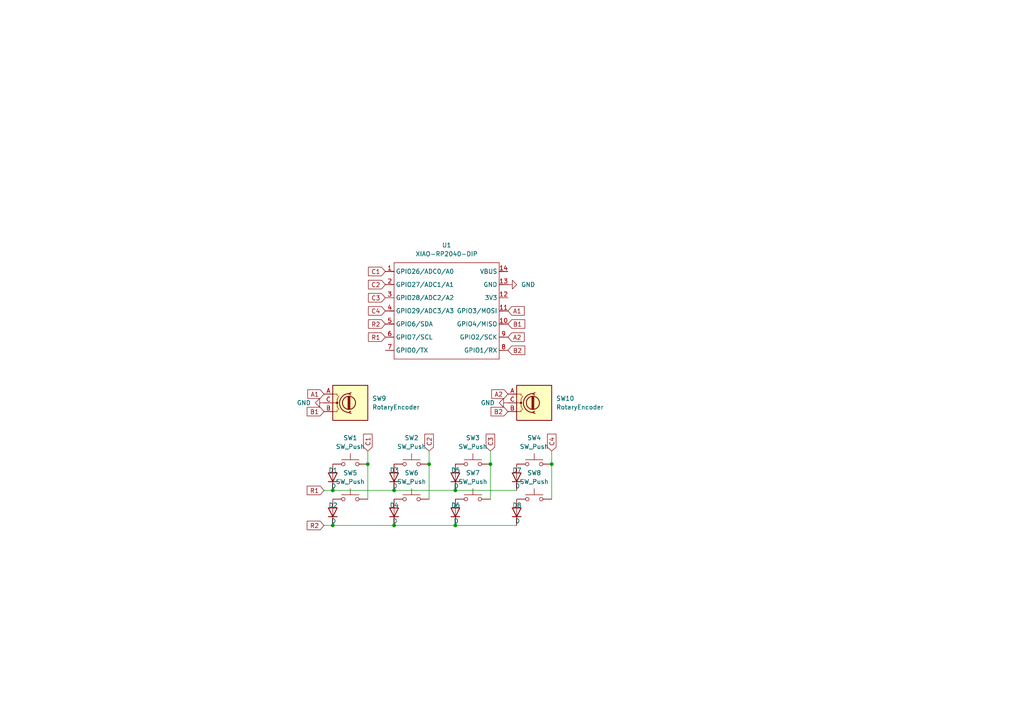
<source format=kicad_sch>
(kicad_sch
	(version 20250114)
	(generator "eeschema")
	(generator_version "9.0")
	(uuid "48945a48-d0f4-4a0e-bd37-64e06259c856")
	(paper "A4")
	(lib_symbols
		(symbol "Device:D"
			(pin_numbers
				(hide yes)
			)
			(pin_names
				(offset 1.016)
				(hide yes)
			)
			(exclude_from_sim no)
			(in_bom yes)
			(on_board yes)
			(property "Reference" "D"
				(at 0 2.54 0)
				(effects
					(font
						(size 1.27 1.27)
					)
				)
			)
			(property "Value" "D"
				(at 0 -2.54 0)
				(effects
					(font
						(size 1.27 1.27)
					)
				)
			)
			(property "Footprint" ""
				(at 0 0 0)
				(effects
					(font
						(size 1.27 1.27)
					)
					(hide yes)
				)
			)
			(property "Datasheet" "~"
				(at 0 0 0)
				(effects
					(font
						(size 1.27 1.27)
					)
					(hide yes)
				)
			)
			(property "Description" "Diode"
				(at 0 0 0)
				(effects
					(font
						(size 1.27 1.27)
					)
					(hide yes)
				)
			)
			(property "Sim.Device" "D"
				(at 0 0 0)
				(effects
					(font
						(size 1.27 1.27)
					)
					(hide yes)
				)
			)
			(property "Sim.Pins" "1=K 2=A"
				(at 0 0 0)
				(effects
					(font
						(size 1.27 1.27)
					)
					(hide yes)
				)
			)
			(property "ki_keywords" "diode"
				(at 0 0 0)
				(effects
					(font
						(size 1.27 1.27)
					)
					(hide yes)
				)
			)
			(property "ki_fp_filters" "TO-???* *_Diode_* *SingleDiode* D_*"
				(at 0 0 0)
				(effects
					(font
						(size 1.27 1.27)
					)
					(hide yes)
				)
			)
			(symbol "D_0_1"
				(polyline
					(pts
						(xy -1.27 1.27) (xy -1.27 -1.27)
					)
					(stroke
						(width 0.254)
						(type default)
					)
					(fill
						(type none)
					)
				)
				(polyline
					(pts
						(xy 1.27 1.27) (xy 1.27 -1.27) (xy -1.27 0) (xy 1.27 1.27)
					)
					(stroke
						(width 0.254)
						(type default)
					)
					(fill
						(type none)
					)
				)
				(polyline
					(pts
						(xy 1.27 0) (xy -1.27 0)
					)
					(stroke
						(width 0)
						(type default)
					)
					(fill
						(type none)
					)
				)
			)
			(symbol "D_1_1"
				(pin passive line
					(at -3.81 0 0)
					(length 2.54)
					(name "K"
						(effects
							(font
								(size 1.27 1.27)
							)
						)
					)
					(number "1"
						(effects
							(font
								(size 1.27 1.27)
							)
						)
					)
				)
				(pin passive line
					(at 3.81 0 180)
					(length 2.54)
					(name "A"
						(effects
							(font
								(size 1.27 1.27)
							)
						)
					)
					(number "2"
						(effects
							(font
								(size 1.27 1.27)
							)
						)
					)
				)
			)
			(embedded_fonts no)
		)
		(symbol "Device:RotaryEncoder"
			(pin_names
				(offset 0.254)
				(hide yes)
			)
			(exclude_from_sim no)
			(in_bom yes)
			(on_board yes)
			(property "Reference" "SW"
				(at 0 6.604 0)
				(effects
					(font
						(size 1.27 1.27)
					)
				)
			)
			(property "Value" "RotaryEncoder"
				(at 0 -6.604 0)
				(effects
					(font
						(size 1.27 1.27)
					)
				)
			)
			(property "Footprint" ""
				(at -3.81 4.064 0)
				(effects
					(font
						(size 1.27 1.27)
					)
					(hide yes)
				)
			)
			(property "Datasheet" "~"
				(at 0 6.604 0)
				(effects
					(font
						(size 1.27 1.27)
					)
					(hide yes)
				)
			)
			(property "Description" "Rotary encoder, dual channel, incremental quadrate outputs"
				(at 0 0 0)
				(effects
					(font
						(size 1.27 1.27)
					)
					(hide yes)
				)
			)
			(property "ki_keywords" "rotary switch encoder"
				(at 0 0 0)
				(effects
					(font
						(size 1.27 1.27)
					)
					(hide yes)
				)
			)
			(property "ki_fp_filters" "RotaryEncoder*"
				(at 0 0 0)
				(effects
					(font
						(size 1.27 1.27)
					)
					(hide yes)
				)
			)
			(symbol "RotaryEncoder_0_1"
				(rectangle
					(start -5.08 5.08)
					(end 5.08 -5.08)
					(stroke
						(width 0.254)
						(type default)
					)
					(fill
						(type background)
					)
				)
				(polyline
					(pts
						(xy -5.08 2.54) (xy -3.81 2.54) (xy -3.81 2.032)
					)
					(stroke
						(width 0)
						(type default)
					)
					(fill
						(type none)
					)
				)
				(polyline
					(pts
						(xy -5.08 0) (xy -3.81 0) (xy -3.81 -1.016) (xy -3.302 -2.032)
					)
					(stroke
						(width 0)
						(type default)
					)
					(fill
						(type none)
					)
				)
				(polyline
					(pts
						(xy -5.08 -2.54) (xy -3.81 -2.54) (xy -3.81 -2.032)
					)
					(stroke
						(width 0)
						(type default)
					)
					(fill
						(type none)
					)
				)
				(polyline
					(pts
						(xy -4.318 0) (xy -3.81 0) (xy -3.81 1.016) (xy -3.302 2.032)
					)
					(stroke
						(width 0)
						(type default)
					)
					(fill
						(type none)
					)
				)
				(circle
					(center -3.81 0)
					(radius 0.254)
					(stroke
						(width 0)
						(type default)
					)
					(fill
						(type outline)
					)
				)
				(polyline
					(pts
						(xy -0.635 -1.778) (xy -0.635 1.778)
					)
					(stroke
						(width 0.254)
						(type default)
					)
					(fill
						(type none)
					)
				)
				(circle
					(center -0.381 0)
					(radius 1.905)
					(stroke
						(width 0.254)
						(type default)
					)
					(fill
						(type none)
					)
				)
				(polyline
					(pts
						(xy -0.381 -1.778) (xy -0.381 1.778)
					)
					(stroke
						(width 0.254)
						(type default)
					)
					(fill
						(type none)
					)
				)
				(arc
					(start -0.381 -2.794)
					(mid -3.0988 -0.0635)
					(end -0.381 2.667)
					(stroke
						(width 0.254)
						(type default)
					)
					(fill
						(type none)
					)
				)
				(polyline
					(pts
						(xy -0.127 1.778) (xy -0.127 -1.778)
					)
					(stroke
						(width 0.254)
						(type default)
					)
					(fill
						(type none)
					)
				)
				(polyline
					(pts
						(xy 0.254 2.921) (xy -0.508 2.667) (xy 0.127 2.286)
					)
					(stroke
						(width 0.254)
						(type default)
					)
					(fill
						(type none)
					)
				)
				(polyline
					(pts
						(xy 0.254 -3.048) (xy -0.508 -2.794) (xy 0.127 -2.413)
					)
					(stroke
						(width 0.254)
						(type default)
					)
					(fill
						(type none)
					)
				)
			)
			(symbol "RotaryEncoder_1_1"
				(pin passive line
					(at -7.62 2.54 0)
					(length 2.54)
					(name "A"
						(effects
							(font
								(size 1.27 1.27)
							)
						)
					)
					(number "A"
						(effects
							(font
								(size 1.27 1.27)
							)
						)
					)
				)
				(pin passive line
					(at -7.62 0 0)
					(length 2.54)
					(name "C"
						(effects
							(font
								(size 1.27 1.27)
							)
						)
					)
					(number "C"
						(effects
							(font
								(size 1.27 1.27)
							)
						)
					)
				)
				(pin passive line
					(at -7.62 -2.54 0)
					(length 2.54)
					(name "B"
						(effects
							(font
								(size 1.27 1.27)
							)
						)
					)
					(number "B"
						(effects
							(font
								(size 1.27 1.27)
							)
						)
					)
				)
			)
			(embedded_fonts no)
		)
		(symbol "Seeed_Studio_XIAO_Series:XIAO-RP2040-DIP"
			(exclude_from_sim no)
			(in_bom yes)
			(on_board yes)
			(property "Reference" "U"
				(at 0 0 0)
				(effects
					(font
						(size 1.27 1.27)
					)
				)
			)
			(property "Value" "XIAO-RP2040-DIP"
				(at 5.334 -1.778 0)
				(effects
					(font
						(size 1.27 1.27)
					)
				)
			)
			(property "Footprint" "Module:MOUDLE14P-XIAO-DIP-SMD"
				(at 14.478 -32.258 0)
				(effects
					(font
						(size 1.27 1.27)
					)
					(hide yes)
				)
			)
			(property "Datasheet" ""
				(at 0 0 0)
				(effects
					(font
						(size 1.27 1.27)
					)
					(hide yes)
				)
			)
			(property "Description" ""
				(at 0 0 0)
				(effects
					(font
						(size 1.27 1.27)
					)
					(hide yes)
				)
			)
			(symbol "XIAO-RP2040-DIP_1_0"
				(polyline
					(pts
						(xy -1.27 -2.54) (xy 29.21 -2.54)
					)
					(stroke
						(width 0.1524)
						(type solid)
					)
					(fill
						(type none)
					)
				)
				(polyline
					(pts
						(xy -1.27 -5.08) (xy -2.54 -5.08)
					)
					(stroke
						(width 0.1524)
						(type solid)
					)
					(fill
						(type none)
					)
				)
				(polyline
					(pts
						(xy -1.27 -5.08) (xy -1.27 -2.54)
					)
					(stroke
						(width 0.1524)
						(type solid)
					)
					(fill
						(type none)
					)
				)
				(polyline
					(pts
						(xy -1.27 -8.89) (xy -2.54 -8.89)
					)
					(stroke
						(width 0.1524)
						(type solid)
					)
					(fill
						(type none)
					)
				)
				(polyline
					(pts
						(xy -1.27 -8.89) (xy -1.27 -5.08)
					)
					(stroke
						(width 0.1524)
						(type solid)
					)
					(fill
						(type none)
					)
				)
				(polyline
					(pts
						(xy -1.27 -12.7) (xy -2.54 -12.7)
					)
					(stroke
						(width 0.1524)
						(type solid)
					)
					(fill
						(type none)
					)
				)
				(polyline
					(pts
						(xy -1.27 -12.7) (xy -1.27 -8.89)
					)
					(stroke
						(width 0.1524)
						(type solid)
					)
					(fill
						(type none)
					)
				)
				(polyline
					(pts
						(xy -1.27 -16.51) (xy -2.54 -16.51)
					)
					(stroke
						(width 0.1524)
						(type solid)
					)
					(fill
						(type none)
					)
				)
				(polyline
					(pts
						(xy -1.27 -16.51) (xy -1.27 -12.7)
					)
					(stroke
						(width 0.1524)
						(type solid)
					)
					(fill
						(type none)
					)
				)
				(polyline
					(pts
						(xy -1.27 -20.32) (xy -2.54 -20.32)
					)
					(stroke
						(width 0.1524)
						(type solid)
					)
					(fill
						(type none)
					)
				)
				(polyline
					(pts
						(xy -1.27 -24.13) (xy -2.54 -24.13)
					)
					(stroke
						(width 0.1524)
						(type solid)
					)
					(fill
						(type none)
					)
				)
				(polyline
					(pts
						(xy -1.27 -27.94) (xy -2.54 -27.94)
					)
					(stroke
						(width 0.1524)
						(type solid)
					)
					(fill
						(type none)
					)
				)
				(polyline
					(pts
						(xy -1.27 -30.48) (xy -1.27 -16.51)
					)
					(stroke
						(width 0.1524)
						(type solid)
					)
					(fill
						(type none)
					)
				)
				(polyline
					(pts
						(xy 29.21 -2.54) (xy 29.21 -5.08)
					)
					(stroke
						(width 0.1524)
						(type solid)
					)
					(fill
						(type none)
					)
				)
				(polyline
					(pts
						(xy 29.21 -5.08) (xy 29.21 -8.89)
					)
					(stroke
						(width 0.1524)
						(type solid)
					)
					(fill
						(type none)
					)
				)
				(polyline
					(pts
						(xy 29.21 -8.89) (xy 29.21 -12.7)
					)
					(stroke
						(width 0.1524)
						(type solid)
					)
					(fill
						(type none)
					)
				)
				(polyline
					(pts
						(xy 29.21 -12.7) (xy 29.21 -30.48)
					)
					(stroke
						(width 0.1524)
						(type solid)
					)
					(fill
						(type none)
					)
				)
				(polyline
					(pts
						(xy 29.21 -30.48) (xy -1.27 -30.48)
					)
					(stroke
						(width 0.1524)
						(type solid)
					)
					(fill
						(type none)
					)
				)
				(polyline
					(pts
						(xy 30.48 -5.08) (xy 29.21 -5.08)
					)
					(stroke
						(width 0.1524)
						(type solid)
					)
					(fill
						(type none)
					)
				)
				(polyline
					(pts
						(xy 30.48 -8.89) (xy 29.21 -8.89)
					)
					(stroke
						(width 0.1524)
						(type solid)
					)
					(fill
						(type none)
					)
				)
				(polyline
					(pts
						(xy 30.48 -12.7) (xy 29.21 -12.7)
					)
					(stroke
						(width 0.1524)
						(type solid)
					)
					(fill
						(type none)
					)
				)
				(polyline
					(pts
						(xy 30.48 -16.51) (xy 29.21 -16.51)
					)
					(stroke
						(width 0.1524)
						(type solid)
					)
					(fill
						(type none)
					)
				)
				(polyline
					(pts
						(xy 30.48 -20.32) (xy 29.21 -20.32)
					)
					(stroke
						(width 0.1524)
						(type solid)
					)
					(fill
						(type none)
					)
				)
				(polyline
					(pts
						(xy 30.48 -24.13) (xy 29.21 -24.13)
					)
					(stroke
						(width 0.1524)
						(type solid)
					)
					(fill
						(type none)
					)
				)
				(polyline
					(pts
						(xy 30.48 -27.94) (xy 29.21 -27.94)
					)
					(stroke
						(width 0.1524)
						(type solid)
					)
					(fill
						(type none)
					)
				)
				(pin passive line
					(at -3.81 -5.08 0)
					(length 2.54)
					(name "GPIO26/ADC0/A0"
						(effects
							(font
								(size 1.27 1.27)
							)
						)
					)
					(number "1"
						(effects
							(font
								(size 1.27 1.27)
							)
						)
					)
				)
				(pin passive line
					(at -3.81 -8.89 0)
					(length 2.54)
					(name "GPIO27/ADC1/A1"
						(effects
							(font
								(size 1.27 1.27)
							)
						)
					)
					(number "2"
						(effects
							(font
								(size 1.27 1.27)
							)
						)
					)
				)
				(pin passive line
					(at -3.81 -12.7 0)
					(length 2.54)
					(name "GPIO28/ADC2/A2"
						(effects
							(font
								(size 1.27 1.27)
							)
						)
					)
					(number "3"
						(effects
							(font
								(size 1.27 1.27)
							)
						)
					)
				)
				(pin passive line
					(at -3.81 -16.51 0)
					(length 2.54)
					(name "GPIO29/ADC3/A3"
						(effects
							(font
								(size 1.27 1.27)
							)
						)
					)
					(number "4"
						(effects
							(font
								(size 1.27 1.27)
							)
						)
					)
				)
				(pin passive line
					(at -3.81 -20.32 0)
					(length 2.54)
					(name "GPIO6/SDA"
						(effects
							(font
								(size 1.27 1.27)
							)
						)
					)
					(number "5"
						(effects
							(font
								(size 1.27 1.27)
							)
						)
					)
				)
				(pin passive line
					(at -3.81 -24.13 0)
					(length 2.54)
					(name "GPIO7/SCL"
						(effects
							(font
								(size 1.27 1.27)
							)
						)
					)
					(number "6"
						(effects
							(font
								(size 1.27 1.27)
							)
						)
					)
				)
				(pin passive line
					(at -3.81 -27.94 0)
					(length 2.54)
					(name "GPIO0/TX"
						(effects
							(font
								(size 1.27 1.27)
							)
						)
					)
					(number "7"
						(effects
							(font
								(size 1.27 1.27)
							)
						)
					)
				)
				(pin passive line
					(at 31.75 -5.08 180)
					(length 2.54)
					(name "VBUS"
						(effects
							(font
								(size 1.27 1.27)
							)
						)
					)
					(number "14"
						(effects
							(font
								(size 1.27 1.27)
							)
						)
					)
				)
				(pin passive line
					(at 31.75 -8.89 180)
					(length 2.54)
					(name "GND"
						(effects
							(font
								(size 1.27 1.27)
							)
						)
					)
					(number "13"
						(effects
							(font
								(size 1.27 1.27)
							)
						)
					)
				)
				(pin passive line
					(at 31.75 -12.7 180)
					(length 2.54)
					(name "3V3"
						(effects
							(font
								(size 1.27 1.27)
							)
						)
					)
					(number "12"
						(effects
							(font
								(size 1.27 1.27)
							)
						)
					)
				)
				(pin passive line
					(at 31.75 -16.51 180)
					(length 2.54)
					(name "GPIO3/MOSI"
						(effects
							(font
								(size 1.27 1.27)
							)
						)
					)
					(number "11"
						(effects
							(font
								(size 1.27 1.27)
							)
						)
					)
				)
				(pin passive line
					(at 31.75 -20.32 180)
					(length 2.54)
					(name "GPIO4/MISO"
						(effects
							(font
								(size 1.27 1.27)
							)
						)
					)
					(number "10"
						(effects
							(font
								(size 1.27 1.27)
							)
						)
					)
				)
				(pin passive line
					(at 31.75 -24.13 180)
					(length 2.54)
					(name "GPIO2/SCK"
						(effects
							(font
								(size 1.27 1.27)
							)
						)
					)
					(number "9"
						(effects
							(font
								(size 1.27 1.27)
							)
						)
					)
				)
				(pin passive line
					(at 31.75 -27.94 180)
					(length 2.54)
					(name "GPIO1/RX"
						(effects
							(font
								(size 1.27 1.27)
							)
						)
					)
					(number "8"
						(effects
							(font
								(size 1.27 1.27)
							)
						)
					)
				)
			)
			(embedded_fonts no)
		)
		(symbol "Switch:SW_Push"
			(pin_numbers
				(hide yes)
			)
			(pin_names
				(offset 1.016)
				(hide yes)
			)
			(exclude_from_sim no)
			(in_bom yes)
			(on_board yes)
			(property "Reference" "SW"
				(at 1.27 2.54 0)
				(effects
					(font
						(size 1.27 1.27)
					)
					(justify left)
				)
			)
			(property "Value" "SW_Push"
				(at 0 -1.524 0)
				(effects
					(font
						(size 1.27 1.27)
					)
				)
			)
			(property "Footprint" ""
				(at 0 5.08 0)
				(effects
					(font
						(size 1.27 1.27)
					)
					(hide yes)
				)
			)
			(property "Datasheet" "~"
				(at 0 5.08 0)
				(effects
					(font
						(size 1.27 1.27)
					)
					(hide yes)
				)
			)
			(property "Description" "Push button switch, generic, two pins"
				(at 0 0 0)
				(effects
					(font
						(size 1.27 1.27)
					)
					(hide yes)
				)
			)
			(property "ki_keywords" "switch normally-open pushbutton push-button"
				(at 0 0 0)
				(effects
					(font
						(size 1.27 1.27)
					)
					(hide yes)
				)
			)
			(symbol "SW_Push_0_1"
				(circle
					(center -2.032 0)
					(radius 0.508)
					(stroke
						(width 0)
						(type default)
					)
					(fill
						(type none)
					)
				)
				(polyline
					(pts
						(xy 0 1.27) (xy 0 3.048)
					)
					(stroke
						(width 0)
						(type default)
					)
					(fill
						(type none)
					)
				)
				(circle
					(center 2.032 0)
					(radius 0.508)
					(stroke
						(width 0)
						(type default)
					)
					(fill
						(type none)
					)
				)
				(polyline
					(pts
						(xy 2.54 1.27) (xy -2.54 1.27)
					)
					(stroke
						(width 0)
						(type default)
					)
					(fill
						(type none)
					)
				)
				(pin passive line
					(at -5.08 0 0)
					(length 2.54)
					(name "1"
						(effects
							(font
								(size 1.27 1.27)
							)
						)
					)
					(number "1"
						(effects
							(font
								(size 1.27 1.27)
							)
						)
					)
				)
				(pin passive line
					(at 5.08 0 180)
					(length 2.54)
					(name "2"
						(effects
							(font
								(size 1.27 1.27)
							)
						)
					)
					(number "2"
						(effects
							(font
								(size 1.27 1.27)
							)
						)
					)
				)
			)
			(embedded_fonts no)
		)
		(symbol "power:GND"
			(power)
			(pin_numbers
				(hide yes)
			)
			(pin_names
				(offset 0)
				(hide yes)
			)
			(exclude_from_sim no)
			(in_bom yes)
			(on_board yes)
			(property "Reference" "#PWR"
				(at 0 -6.35 0)
				(effects
					(font
						(size 1.27 1.27)
					)
					(hide yes)
				)
			)
			(property "Value" "GND"
				(at 0 -3.81 0)
				(effects
					(font
						(size 1.27 1.27)
					)
				)
			)
			(property "Footprint" ""
				(at 0 0 0)
				(effects
					(font
						(size 1.27 1.27)
					)
					(hide yes)
				)
			)
			(property "Datasheet" ""
				(at 0 0 0)
				(effects
					(font
						(size 1.27 1.27)
					)
					(hide yes)
				)
			)
			(property "Description" "Power symbol creates a global label with name \"GND\" , ground"
				(at 0 0 0)
				(effects
					(font
						(size 1.27 1.27)
					)
					(hide yes)
				)
			)
			(property "ki_keywords" "global power"
				(at 0 0 0)
				(effects
					(font
						(size 1.27 1.27)
					)
					(hide yes)
				)
			)
			(symbol "GND_0_1"
				(polyline
					(pts
						(xy 0 0) (xy 0 -1.27) (xy 1.27 -1.27) (xy 0 -2.54) (xy -1.27 -1.27) (xy 0 -1.27)
					)
					(stroke
						(width 0)
						(type default)
					)
					(fill
						(type none)
					)
				)
			)
			(symbol "GND_1_1"
				(pin power_in line
					(at 0 0 270)
					(length 0)
					(name "~"
						(effects
							(font
								(size 1.27 1.27)
							)
						)
					)
					(number "1"
						(effects
							(font
								(size 1.27 1.27)
							)
						)
					)
				)
			)
			(embedded_fonts no)
		)
	)
	(junction
		(at 96.52 152.4)
		(diameter 0)
		(color 0 0 0 0)
		(uuid "0cc8a8bc-0c19-431b-8a2e-7831a51761b3")
	)
	(junction
		(at 132.08 152.4)
		(diameter 0)
		(color 0 0 0 0)
		(uuid "245a22ef-524f-4c82-a34b-0f0586e0c87c")
	)
	(junction
		(at 106.68 134.62)
		(diameter 0)
		(color 0 0 0 0)
		(uuid "4f060bc9-905c-41ab-91cc-d020fca734fd")
	)
	(junction
		(at 142.24 134.62)
		(diameter 0)
		(color 0 0 0 0)
		(uuid "66b20aec-08c2-4c4d-b17b-5964d6233980")
	)
	(junction
		(at 132.08 142.24)
		(diameter 0)
		(color 0 0 0 0)
		(uuid "8eb4043f-694f-437c-a2b9-80375413c4ef")
	)
	(junction
		(at 114.3 152.4)
		(diameter 0)
		(color 0 0 0 0)
		(uuid "93998520-942d-40f4-85a3-6ab8bdb9ba4c")
	)
	(junction
		(at 160.02 134.62)
		(diameter 0)
		(color 0 0 0 0)
		(uuid "9f88d3f1-58ea-4143-ab55-a20f8bf99638")
	)
	(junction
		(at 96.52 142.24)
		(diameter 0)
		(color 0 0 0 0)
		(uuid "e4d8f584-bc30-474c-8387-475454891b07")
	)
	(junction
		(at 114.3 142.24)
		(diameter 0)
		(color 0 0 0 0)
		(uuid "e6bbd90d-8e27-4022-9720-206a78a323de")
	)
	(junction
		(at 124.46 134.62)
		(diameter 0)
		(color 0 0 0 0)
		(uuid "f89a921d-121e-4016-a755-ce33d17673ca")
	)
	(wire
		(pts
			(xy 124.46 134.62) (xy 124.46 144.78)
		)
		(stroke
			(width 0)
			(type default)
		)
		(uuid "035d4b7b-a7fe-43a4-aacb-1242028c4106")
	)
	(wire
		(pts
			(xy 124.46 130.81) (xy 124.46 134.62)
		)
		(stroke
			(width 0)
			(type default)
		)
		(uuid "0e076730-df13-40cd-bc88-0865c257619c")
	)
	(wire
		(pts
			(xy 132.08 142.24) (xy 149.86 142.24)
		)
		(stroke
			(width 0)
			(type default)
		)
		(uuid "1ed1d9fb-ad04-460e-87f8-c1d7ea9f13a4")
	)
	(wire
		(pts
			(xy 93.98 142.24) (xy 96.52 142.24)
		)
		(stroke
			(width 0)
			(type default)
		)
		(uuid "224c0733-e07f-45cf-abb5-b60a82ab50bc")
	)
	(wire
		(pts
			(xy 160.02 134.62) (xy 160.02 144.78)
		)
		(stroke
			(width 0)
			(type default)
		)
		(uuid "2320227a-0b23-4175-8e42-1391fe98f4fa")
	)
	(wire
		(pts
			(xy 93.98 152.4) (xy 96.52 152.4)
		)
		(stroke
			(width 0)
			(type default)
		)
		(uuid "30adb1c6-60e5-426b-954c-7bb8e5669002")
	)
	(wire
		(pts
			(xy 160.02 130.81) (xy 160.02 134.62)
		)
		(stroke
			(width 0)
			(type default)
		)
		(uuid "38420a08-f01f-41f3-8f2b-b59ca55e7e6e")
	)
	(wire
		(pts
			(xy 96.52 152.4) (xy 114.3 152.4)
		)
		(stroke
			(width 0)
			(type default)
		)
		(uuid "7df268bd-757d-43e8-92c3-a1a9eae38016")
	)
	(wire
		(pts
			(xy 106.68 134.62) (xy 106.68 144.78)
		)
		(stroke
			(width 0)
			(type default)
		)
		(uuid "8aa68332-0caa-4d17-b252-0620b65c510f")
	)
	(wire
		(pts
			(xy 142.24 130.81) (xy 142.24 134.62)
		)
		(stroke
			(width 0)
			(type default)
		)
		(uuid "9d879df4-28ed-4ddf-b724-448acfdba277")
	)
	(wire
		(pts
			(xy 106.68 130.81) (xy 106.68 134.62)
		)
		(stroke
			(width 0)
			(type default)
		)
		(uuid "d7cd92b1-417f-4d99-bd7d-f94125bc132f")
	)
	(wire
		(pts
			(xy 96.52 142.24) (xy 114.3 142.24)
		)
		(stroke
			(width 0)
			(type default)
		)
		(uuid "e1b5a0a8-ba51-4f00-9610-2ae5cc2fec11")
	)
	(wire
		(pts
			(xy 132.08 152.4) (xy 149.86 152.4)
		)
		(stroke
			(width 0)
			(type default)
		)
		(uuid "e82d2ae2-a0d2-4a1e-b2e6-28605c780776")
	)
	(wire
		(pts
			(xy 114.3 152.4) (xy 132.08 152.4)
		)
		(stroke
			(width 0)
			(type default)
		)
		(uuid "f1ed1860-33cb-42ac-ab89-f87d8206de08")
	)
	(wire
		(pts
			(xy 114.3 142.24) (xy 132.08 142.24)
		)
		(stroke
			(width 0)
			(type default)
		)
		(uuid "f7495fda-d818-4aea-b8bc-a04e516387bd")
	)
	(wire
		(pts
			(xy 142.24 134.62) (xy 142.24 144.78)
		)
		(stroke
			(width 0)
			(type default)
		)
		(uuid "ff11e97f-ba4b-49f2-b9fe-dd673a14a501")
	)
	(global_label "A1"
		(shape input)
		(at 93.98 114.3 180)
		(fields_autoplaced yes)
		(effects
			(font
				(size 1.27 1.27)
			)
			(justify right)
		)
		(uuid "046d3b16-f0a3-4bd6-9ce5-c673fc50cf96")
		(property "Intersheetrefs" "${INTERSHEET_REFS}"
			(at 88.6967 114.3 0)
			(effects
				(font
					(size 1.27 1.27)
				)
				(justify right)
				(hide yes)
			)
		)
	)
	(global_label "B2"
		(shape input)
		(at 147.32 101.6 0)
		(fields_autoplaced yes)
		(effects
			(font
				(size 1.27 1.27)
			)
			(justify left)
		)
		(uuid "173b68fb-a32d-44e7-96a7-f1df8c050b07")
		(property "Intersheetrefs" "${INTERSHEET_REFS}"
			(at 152.7847 101.6 0)
			(effects
				(font
					(size 1.27 1.27)
				)
				(justify left)
				(hide yes)
			)
		)
	)
	(global_label "C2"
		(shape input)
		(at 111.76 82.55 180)
		(fields_autoplaced yes)
		(effects
			(font
				(size 1.27 1.27)
			)
			(justify right)
		)
		(uuid "266e5692-76f8-4213-a731-3c2c02d657f0")
		(property "Intersheetrefs" "${INTERSHEET_REFS}"
			(at 106.2953 82.55 0)
			(effects
				(font
					(size 1.27 1.27)
				)
				(justify right)
				(hide yes)
			)
		)
	)
	(global_label "C2"
		(shape input)
		(at 124.46 130.81 90)
		(fields_autoplaced yes)
		(effects
			(font
				(size 1.27 1.27)
			)
			(justify left)
		)
		(uuid "35668061-d17d-4f37-88d3-f190e6864519")
		(property "Intersheetrefs" "${INTERSHEET_REFS}"
			(at 124.46 125.3453 90)
			(effects
				(font
					(size 1.27 1.27)
				)
				(justify left)
				(hide yes)
			)
		)
	)
	(global_label "R2"
		(shape input)
		(at 111.76 93.98 180)
		(fields_autoplaced yes)
		(effects
			(font
				(size 1.27 1.27)
			)
			(justify right)
		)
		(uuid "3577166f-4def-4cd1-80a8-48b01581b205")
		(property "Intersheetrefs" "${INTERSHEET_REFS}"
			(at 106.2953 93.98 0)
			(effects
				(font
					(size 1.27 1.27)
				)
				(justify right)
				(hide yes)
			)
		)
	)
	(global_label "A2"
		(shape input)
		(at 147.32 97.79 0)
		(fields_autoplaced yes)
		(effects
			(font
				(size 1.27 1.27)
			)
			(justify left)
		)
		(uuid "48c22cc5-fd21-4a6c-b5ef-05d023ea42b5")
		(property "Intersheetrefs" "${INTERSHEET_REFS}"
			(at 152.6033 97.79 0)
			(effects
				(font
					(size 1.27 1.27)
				)
				(justify left)
				(hide yes)
			)
		)
	)
	(global_label "R1"
		(shape input)
		(at 111.76 97.79 180)
		(fields_autoplaced yes)
		(effects
			(font
				(size 1.27 1.27)
			)
			(justify right)
		)
		(uuid "4b6d4570-f951-42f2-b444-aaae5dd7b372")
		(property "Intersheetrefs" "${INTERSHEET_REFS}"
			(at 106.2953 97.79 0)
			(effects
				(font
					(size 1.27 1.27)
				)
				(justify right)
				(hide yes)
			)
		)
	)
	(global_label "R1"
		(shape input)
		(at 93.98 142.24 180)
		(fields_autoplaced yes)
		(effects
			(font
				(size 1.27 1.27)
			)
			(justify right)
		)
		(uuid "4fec5c25-b643-4e5c-b4a0-a549cb8df077")
		(property "Intersheetrefs" "${INTERSHEET_REFS}"
			(at 88.5153 142.24 0)
			(effects
				(font
					(size 1.27 1.27)
				)
				(justify right)
				(hide yes)
			)
		)
	)
	(global_label "A2"
		(shape input)
		(at 147.32 114.3 180)
		(fields_autoplaced yes)
		(effects
			(font
				(size 1.27 1.27)
			)
			(justify right)
		)
		(uuid "523e6499-a31a-46f4-a3f9-0e45f3a4034a")
		(property "Intersheetrefs" "${INTERSHEET_REFS}"
			(at 142.0367 114.3 0)
			(effects
				(font
					(size 1.27 1.27)
				)
				(justify right)
				(hide yes)
			)
		)
	)
	(global_label "C4"
		(shape input)
		(at 160.02 130.81 90)
		(fields_autoplaced yes)
		(effects
			(font
				(size 1.27 1.27)
			)
			(justify left)
		)
		(uuid "63e4133d-6b5f-424f-9b9e-418bb3c98b47")
		(property "Intersheetrefs" "${INTERSHEET_REFS}"
			(at 160.02 125.3453 90)
			(effects
				(font
					(size 1.27 1.27)
				)
				(justify left)
				(hide yes)
			)
		)
	)
	(global_label "C3"
		(shape input)
		(at 111.76 86.36 180)
		(fields_autoplaced yes)
		(effects
			(font
				(size 1.27 1.27)
			)
			(justify right)
		)
		(uuid "74b29fe7-f388-42e2-94d3-adfb31be1c2d")
		(property "Intersheetrefs" "${INTERSHEET_REFS}"
			(at 106.2953 86.36 0)
			(effects
				(font
					(size 1.27 1.27)
				)
				(justify right)
				(hide yes)
			)
		)
	)
	(global_label "A1"
		(shape input)
		(at 147.32 90.17 0)
		(fields_autoplaced yes)
		(effects
			(font
				(size 1.27 1.27)
			)
			(justify left)
		)
		(uuid "884c5bbf-193d-4b8c-843d-f03170b3568c")
		(property "Intersheetrefs" "${INTERSHEET_REFS}"
			(at 152.6033 90.17 0)
			(effects
				(font
					(size 1.27 1.27)
				)
				(justify left)
				(hide yes)
			)
		)
	)
	(global_label "C1"
		(shape input)
		(at 111.76 78.74 180)
		(fields_autoplaced yes)
		(effects
			(font
				(size 1.27 1.27)
			)
			(justify right)
		)
		(uuid "93a6269d-d1f3-4aff-9899-5d44a6c5fef6")
		(property "Intersheetrefs" "${INTERSHEET_REFS}"
			(at 106.2953 78.74 0)
			(effects
				(font
					(size 1.27 1.27)
				)
				(justify right)
				(hide yes)
			)
		)
	)
	(global_label "R2"
		(shape input)
		(at 93.98 152.4 180)
		(fields_autoplaced yes)
		(effects
			(font
				(size 1.27 1.27)
			)
			(justify right)
		)
		(uuid "a5d944ed-c7d8-453a-a9d8-9c8b1f394094")
		(property "Intersheetrefs" "${INTERSHEET_REFS}"
			(at 88.5153 152.4 0)
			(effects
				(font
					(size 1.27 1.27)
				)
				(justify right)
				(hide yes)
			)
		)
	)
	(global_label "B1"
		(shape input)
		(at 93.98 119.38 180)
		(fields_autoplaced yes)
		(effects
			(font
				(size 1.27 1.27)
			)
			(justify right)
		)
		(uuid "aec9ccba-15e2-42f4-91da-0fba62e12b0e")
		(property "Intersheetrefs" "${INTERSHEET_REFS}"
			(at 88.5153 119.38 0)
			(effects
				(font
					(size 1.27 1.27)
				)
				(justify right)
				(hide yes)
			)
		)
	)
	(global_label "B2"
		(shape input)
		(at 147.32 119.38 180)
		(fields_autoplaced yes)
		(effects
			(font
				(size 1.27 1.27)
			)
			(justify right)
		)
		(uuid "b3fa7504-13e9-4f2d-8f61-40da43783a36")
		(property "Intersheetrefs" "${INTERSHEET_REFS}"
			(at 141.8553 119.38 0)
			(effects
				(font
					(size 1.27 1.27)
				)
				(justify right)
				(hide yes)
			)
		)
	)
	(global_label "B1"
		(shape input)
		(at 147.32 93.98 0)
		(fields_autoplaced yes)
		(effects
			(font
				(size 1.27 1.27)
			)
			(justify left)
		)
		(uuid "b83c021e-8f63-4759-98dc-aac5c58b032b")
		(property "Intersheetrefs" "${INTERSHEET_REFS}"
			(at 152.7847 93.98 0)
			(effects
				(font
					(size 1.27 1.27)
				)
				(justify left)
				(hide yes)
			)
		)
	)
	(global_label "C4"
		(shape input)
		(at 111.76 90.17 180)
		(fields_autoplaced yes)
		(effects
			(font
				(size 1.27 1.27)
			)
			(justify right)
		)
		(uuid "d5c3bae7-715e-4e8e-aefc-3b0426b50e36")
		(property "Intersheetrefs" "${INTERSHEET_REFS}"
			(at 106.2953 90.17 0)
			(effects
				(font
					(size 1.27 1.27)
				)
				(justify right)
				(hide yes)
			)
		)
	)
	(global_label "C1"
		(shape input)
		(at 106.68 130.81 90)
		(fields_autoplaced yes)
		(effects
			(font
				(size 1.27 1.27)
			)
			(justify left)
		)
		(uuid "db4ccb73-1cec-43e5-b358-ea607e72db38")
		(property "Intersheetrefs" "${INTERSHEET_REFS}"
			(at 106.68 125.3453 90)
			(effects
				(font
					(size 1.27 1.27)
				)
				(justify left)
				(hide yes)
			)
		)
	)
	(global_label "C3"
		(shape input)
		(at 142.24 130.81 90)
		(fields_autoplaced yes)
		(effects
			(font
				(size 1.27 1.27)
			)
			(justify left)
		)
		(uuid "e2e5ec87-4e2f-4eec-9e91-b053ae8ea684")
		(property "Intersheetrefs" "${INTERSHEET_REFS}"
			(at 142.24 125.3453 90)
			(effects
				(font
					(size 1.27 1.27)
				)
				(justify left)
				(hide yes)
			)
		)
	)
	(symbol
		(lib_id "Seeed_Studio_XIAO_Series:XIAO-RP2040-DIP")
		(at 115.57 73.66 0)
		(unit 1)
		(exclude_from_sim no)
		(in_bom yes)
		(on_board yes)
		(dnp no)
		(fields_autoplaced yes)
		(uuid "246b0dda-5681-42da-a881-57f836603308")
		(property "Reference" "U1"
			(at 129.54 71.12 0)
			(effects
				(font
					(size 1.27 1.27)
				)
			)
		)
		(property "Value" "XIAO-RP2040-DIP"
			(at 129.54 73.66 0)
			(effects
				(font
					(size 1.27 1.27)
				)
			)
		)
		(property "Footprint" "footprints:XIAO-RP2040-DIP"
			(at 130.048 105.918 0)
			(effects
				(font
					(size 1.27 1.27)
				)
				(hide yes)
			)
		)
		(property "Datasheet" ""
			(at 115.57 73.66 0)
			(effects
				(font
					(size 1.27 1.27)
				)
				(hide yes)
			)
		)
		(property "Description" ""
			(at 115.57 73.66 0)
			(effects
				(font
					(size 1.27 1.27)
				)
				(hide yes)
			)
		)
		(pin "7"
			(uuid "0fb6557d-8fb0-4142-9f72-45d365435fd2")
		)
		(pin "5"
			(uuid "f6486797-19e8-4e82-a930-d4f481bf93c2")
		)
		(pin "12"
			(uuid "9e868aab-12f0-4261-9d2d-b2aa0de83880")
		)
		(pin "11"
			(uuid "eb34c16a-af03-40c6-8ccc-32d3983829b9")
		)
		(pin "3"
			(uuid "07a275f0-475e-428a-8558-644870a436a7")
		)
		(pin "4"
			(uuid "fd3189f5-277c-4d5b-b080-2986d31fe5ef")
		)
		(pin "14"
			(uuid "e30bb2c2-bc9a-46f5-89ad-a63416120a81")
		)
		(pin "13"
			(uuid "676dcb70-8f53-47b8-9190-73a1af897eaf")
		)
		(pin "6"
			(uuid "9d738bcf-0b1b-491d-9a3a-ae000d096c3b")
		)
		(pin "1"
			(uuid "2e9481c7-8976-42bf-aa4b-fd541071295e")
		)
		(pin "2"
			(uuid "88d60fb7-9c03-4081-aff1-ba2fc0397fd4")
		)
		(pin "10"
			(uuid "085ff132-5005-4969-8f91-8b177afb9890")
		)
		(pin "8"
			(uuid "4949b35d-b2b1-458e-8597-4f82ad88d00c")
		)
		(pin "9"
			(uuid "57ad510e-4d8e-4c18-a9f9-6c511d5b6b38")
		)
		(instances
			(project ""
				(path "/48945a48-d0f4-4a0e-bd37-64e06259c856"
					(reference "U1")
					(unit 1)
				)
			)
		)
	)
	(symbol
		(lib_id "Switch:SW_Push")
		(at 119.38 134.62 0)
		(unit 1)
		(exclude_from_sim no)
		(in_bom yes)
		(on_board yes)
		(dnp no)
		(fields_autoplaced yes)
		(uuid "2a514396-89c2-44d5-829c-cedf9478a8e2")
		(property "Reference" "SW2"
			(at 119.38 127 0)
			(effects
				(font
					(size 1.27 1.27)
				)
			)
		)
		(property "Value" "SW_Push"
			(at 119.38 129.54 0)
			(effects
				(font
					(size 1.27 1.27)
				)
			)
		)
		(property "Footprint" "Button_Switch_Keyboard:SW_Cherry_MX_1.00u_PCB"
			(at 119.38 129.54 0)
			(effects
				(font
					(size 1.27 1.27)
				)
				(hide yes)
			)
		)
		(property "Datasheet" "~"
			(at 119.38 129.54 0)
			(effects
				(font
					(size 1.27 1.27)
				)
				(hide yes)
			)
		)
		(property "Description" "Push button switch, generic, two pins"
			(at 119.38 134.62 0)
			(effects
				(font
					(size 1.27 1.27)
				)
				(hide yes)
			)
		)
		(pin "2"
			(uuid "2d8b0ad1-6b7b-4871-96c0-e4620734fb81")
		)
		(pin "1"
			(uuid "6daa23b3-0a8a-4920-b0a5-5b4ac7d89739")
		)
		(instances
			(project "OctoPad"
				(path "/48945a48-d0f4-4a0e-bd37-64e06259c856"
					(reference "SW2")
					(unit 1)
				)
			)
		)
	)
	(symbol
		(lib_id "Device:D")
		(at 132.08 148.59 90)
		(unit 1)
		(exclude_from_sim no)
		(in_bom yes)
		(on_board yes)
		(dnp no)
		(uuid "40b3a191-5ea9-4990-90dc-879719b3dce6")
		(property "Reference" "D6"
			(at 130.81 146.558 90)
			(effects
				(font
					(size 1.27 1.27)
				)
				(justify right)
			)
		)
		(property "Value" "D"
			(at 131.572 151.13 90)
			(effects
				(font
					(size 1.27 1.27)
				)
				(justify right)
			)
		)
		(property "Footprint" "footprints:D_SOD123_axial"
			(at 132.08 148.59 0)
			(effects
				(font
					(size 1.27 1.27)
				)
				(hide yes)
			)
		)
		(property "Datasheet" "~"
			(at 132.08 148.59 0)
			(effects
				(font
					(size 1.27 1.27)
				)
				(hide yes)
			)
		)
		(property "Description" "Diode"
			(at 132.08 148.59 0)
			(effects
				(font
					(size 1.27 1.27)
				)
				(hide yes)
			)
		)
		(property "Sim.Device" "D"
			(at 132.08 148.59 0)
			(effects
				(font
					(size 1.27 1.27)
				)
				(hide yes)
			)
		)
		(property "Sim.Pins" "1=K 2=A"
			(at 132.08 148.59 0)
			(effects
				(font
					(size 1.27 1.27)
				)
				(hide yes)
			)
		)
		(pin "1"
			(uuid "f5aae18e-81cc-47a1-8412-1641f67ef1f4")
		)
		(pin "2"
			(uuid "5e4c525b-7981-4bdb-b8cf-6f0c9919638f")
		)
		(instances
			(project "OctoPad"
				(path "/48945a48-d0f4-4a0e-bd37-64e06259c856"
					(reference "D6")
					(unit 1)
				)
			)
		)
	)
	(symbol
		(lib_id "power:GND")
		(at 93.98 116.84 270)
		(unit 1)
		(exclude_from_sim no)
		(in_bom yes)
		(on_board yes)
		(dnp no)
		(fields_autoplaced yes)
		(uuid "44811c5a-c659-4d11-8cfd-423b3e68634b")
		(property "Reference" "#PWR01"
			(at 87.63 116.84 0)
			(effects
				(font
					(size 1.27 1.27)
				)
				(hide yes)
			)
		)
		(property "Value" "GND"
			(at 90.17 116.8399 90)
			(effects
				(font
					(size 1.27 1.27)
				)
				(justify right)
			)
		)
		(property "Footprint" ""
			(at 93.98 116.84 0)
			(effects
				(font
					(size 1.27 1.27)
				)
				(hide yes)
			)
		)
		(property "Datasheet" ""
			(at 93.98 116.84 0)
			(effects
				(font
					(size 1.27 1.27)
				)
				(hide yes)
			)
		)
		(property "Description" "Power symbol creates a global label with name \"GND\" , ground"
			(at 93.98 116.84 0)
			(effects
				(font
					(size 1.27 1.27)
				)
				(hide yes)
			)
		)
		(pin "1"
			(uuid "47683cc5-e52e-40d6-93d5-29c56e37960b")
		)
		(instances
			(project ""
				(path "/48945a48-d0f4-4a0e-bd37-64e06259c856"
					(reference "#PWR01")
					(unit 1)
				)
			)
		)
	)
	(symbol
		(lib_id "Switch:SW_Push")
		(at 101.6 134.62 0)
		(unit 1)
		(exclude_from_sim no)
		(in_bom yes)
		(on_board yes)
		(dnp no)
		(fields_autoplaced yes)
		(uuid "643e383f-1661-4d7a-9f09-4ec396d86cf7")
		(property "Reference" "SW1"
			(at 101.6 127 0)
			(effects
				(font
					(size 1.27 1.27)
				)
			)
		)
		(property "Value" "SW_Push"
			(at 101.6 129.54 0)
			(effects
				(font
					(size 1.27 1.27)
				)
			)
		)
		(property "Footprint" "Button_Switch_Keyboard:SW_Cherry_MX_1.00u_PCB"
			(at 101.6 129.54 0)
			(effects
				(font
					(size 1.27 1.27)
				)
				(hide yes)
			)
		)
		(property "Datasheet" "~"
			(at 101.6 129.54 0)
			(effects
				(font
					(size 1.27 1.27)
				)
				(hide yes)
			)
		)
		(property "Description" "Push button switch, generic, two pins"
			(at 101.6 134.62 0)
			(effects
				(font
					(size 1.27 1.27)
				)
				(hide yes)
			)
		)
		(pin "2"
			(uuid "37288fc0-06b8-48c7-8497-902cceddc5d9")
		)
		(pin "1"
			(uuid "1b8a0491-8746-4876-81e3-b1d3bf972564")
		)
		(instances
			(project ""
				(path "/48945a48-d0f4-4a0e-bd37-64e06259c856"
					(reference "SW1")
					(unit 1)
				)
			)
		)
	)
	(symbol
		(lib_id "Device:D")
		(at 149.86 138.43 90)
		(unit 1)
		(exclude_from_sim no)
		(in_bom yes)
		(on_board yes)
		(dnp no)
		(uuid "687c0c51-a828-49dc-a9d6-3e972789c5e7")
		(property "Reference" "D7"
			(at 148.59 136.398 90)
			(effects
				(font
					(size 1.27 1.27)
				)
				(justify right)
			)
		)
		(property "Value" "D"
			(at 149.352 140.97 90)
			(effects
				(font
					(size 1.27 1.27)
				)
				(justify right)
			)
		)
		(property "Footprint" "footprints:D_SOD123_axial"
			(at 149.86 138.43 0)
			(effects
				(font
					(size 1.27 1.27)
				)
				(hide yes)
			)
		)
		(property "Datasheet" "~"
			(at 149.86 138.43 0)
			(effects
				(font
					(size 1.27 1.27)
				)
				(hide yes)
			)
		)
		(property "Description" "Diode"
			(at 149.86 138.43 0)
			(effects
				(font
					(size 1.27 1.27)
				)
				(hide yes)
			)
		)
		(property "Sim.Device" "D"
			(at 149.86 138.43 0)
			(effects
				(font
					(size 1.27 1.27)
				)
				(hide yes)
			)
		)
		(property "Sim.Pins" "1=K 2=A"
			(at 149.86 138.43 0)
			(effects
				(font
					(size 1.27 1.27)
				)
				(hide yes)
			)
		)
		(pin "1"
			(uuid "0a3592b4-8750-4adf-9e79-d0541a97cda1")
		)
		(pin "2"
			(uuid "28a91408-3a9f-4ac3-aa66-9c3f0da1769f")
		)
		(instances
			(project "OctoPad"
				(path "/48945a48-d0f4-4a0e-bd37-64e06259c856"
					(reference "D7")
					(unit 1)
				)
			)
		)
	)
	(symbol
		(lib_id "Device:RotaryEncoder")
		(at 154.94 116.84 0)
		(unit 1)
		(exclude_from_sim no)
		(in_bom yes)
		(on_board yes)
		(dnp no)
		(fields_autoplaced yes)
		(uuid "68ed9224-beda-4665-a93e-ffe246208c70")
		(property "Reference" "SW10"
			(at 161.29 115.5699 0)
			(effects
				(font
					(size 1.27 1.27)
				)
				(justify left)
			)
		)
		(property "Value" "RotaryEncoder"
			(at 161.29 118.1099 0)
			(effects
				(font
					(size 1.27 1.27)
				)
				(justify left)
			)
		)
		(property "Footprint" "Rotary_Encoder:RotaryEncoder_Alps_EC11E_Vertical_H20mm"
			(at 151.13 112.776 0)
			(effects
				(font
					(size 1.27 1.27)
				)
				(hide yes)
			)
		)
		(property "Datasheet" "~"
			(at 154.94 110.236 0)
			(effects
				(font
					(size 1.27 1.27)
				)
				(hide yes)
			)
		)
		(property "Description" "Rotary encoder, dual channel, incremental quadrate outputs"
			(at 154.94 116.84 0)
			(effects
				(font
					(size 1.27 1.27)
				)
				(hide yes)
			)
		)
		(pin "C"
			(uuid "04676d15-e28b-479a-8442-6f37750a34e8")
		)
		(pin "A"
			(uuid "5c348c36-1e1b-4e05-95b5-eda30ea6f6c2")
		)
		(pin "B"
			(uuid "10de1b8f-19cd-4677-a04d-10ca9e1af4ed")
		)
		(instances
			(project "OctoPad"
				(path "/48945a48-d0f4-4a0e-bd37-64e06259c856"
					(reference "SW10")
					(unit 1)
				)
			)
		)
	)
	(symbol
		(lib_id "power:GND")
		(at 147.32 82.55 90)
		(unit 1)
		(exclude_from_sim no)
		(in_bom yes)
		(on_board yes)
		(dnp no)
		(fields_autoplaced yes)
		(uuid "74569fda-9b09-438b-ba19-4d5642b73b80")
		(property "Reference" "#PWR03"
			(at 153.67 82.55 0)
			(effects
				(font
					(size 1.27 1.27)
				)
				(hide yes)
			)
		)
		(property "Value" "GND"
			(at 151.13 82.5499 90)
			(effects
				(font
					(size 1.27 1.27)
				)
				(justify right)
			)
		)
		(property "Footprint" ""
			(at 147.32 82.55 0)
			(effects
				(font
					(size 1.27 1.27)
				)
				(hide yes)
			)
		)
		(property "Datasheet" ""
			(at 147.32 82.55 0)
			(effects
				(font
					(size 1.27 1.27)
				)
				(hide yes)
			)
		)
		(property "Description" "Power symbol creates a global label with name \"GND\" , ground"
			(at 147.32 82.55 0)
			(effects
				(font
					(size 1.27 1.27)
				)
				(hide yes)
			)
		)
		(pin "1"
			(uuid "0dddc533-f667-4434-906a-741bbc51a308")
		)
		(instances
			(project "OctoPad"
				(path "/48945a48-d0f4-4a0e-bd37-64e06259c856"
					(reference "#PWR03")
					(unit 1)
				)
			)
		)
	)
	(symbol
		(lib_id "Switch:SW_Push")
		(at 119.38 144.78 0)
		(unit 1)
		(exclude_from_sim no)
		(in_bom yes)
		(on_board yes)
		(dnp no)
		(fields_autoplaced yes)
		(uuid "766edb4a-9555-4c9c-a1cc-d242ab80df79")
		(property "Reference" "SW6"
			(at 119.38 137.16 0)
			(effects
				(font
					(size 1.27 1.27)
				)
			)
		)
		(property "Value" "SW_Push"
			(at 119.38 139.7 0)
			(effects
				(font
					(size 1.27 1.27)
				)
			)
		)
		(property "Footprint" "Button_Switch_Keyboard:SW_Cherry_MX_1.00u_PCB"
			(at 119.38 139.7 0)
			(effects
				(font
					(size 1.27 1.27)
				)
				(hide yes)
			)
		)
		(property "Datasheet" "~"
			(at 119.38 139.7 0)
			(effects
				(font
					(size 1.27 1.27)
				)
				(hide yes)
			)
		)
		(property "Description" "Push button switch, generic, two pins"
			(at 119.38 144.78 0)
			(effects
				(font
					(size 1.27 1.27)
				)
				(hide yes)
			)
		)
		(pin "2"
			(uuid "d5c21e45-12ef-4554-8980-8218197de0c6")
		)
		(pin "1"
			(uuid "03f28383-2231-4bfe-a9a1-db8b96b8d0ca")
		)
		(instances
			(project "OctoPad"
				(path "/48945a48-d0f4-4a0e-bd37-64e06259c856"
					(reference "SW6")
					(unit 1)
				)
			)
		)
	)
	(symbol
		(lib_id "Device:D")
		(at 114.3 138.43 90)
		(unit 1)
		(exclude_from_sim no)
		(in_bom yes)
		(on_board yes)
		(dnp no)
		(uuid "7f953e49-0470-490d-8689-70720b94bd73")
		(property "Reference" "D3"
			(at 113.03 136.398 90)
			(effects
				(font
					(size 1.27 1.27)
				)
				(justify right)
			)
		)
		(property "Value" "D"
			(at 113.792 140.97 90)
			(effects
				(font
					(size 1.27 1.27)
				)
				(justify right)
			)
		)
		(property "Footprint" "footprints:D_SOD123_axial"
			(at 114.3 138.43 0)
			(effects
				(font
					(size 1.27 1.27)
				)
				(hide yes)
			)
		)
		(property "Datasheet" "~"
			(at 114.3 138.43 0)
			(effects
				(font
					(size 1.27 1.27)
				)
				(hide yes)
			)
		)
		(property "Description" "Diode"
			(at 114.3 138.43 0)
			(effects
				(font
					(size 1.27 1.27)
				)
				(hide yes)
			)
		)
		(property "Sim.Device" "D"
			(at 114.3 138.43 0)
			(effects
				(font
					(size 1.27 1.27)
				)
				(hide yes)
			)
		)
		(property "Sim.Pins" "1=K 2=A"
			(at 114.3 138.43 0)
			(effects
				(font
					(size 1.27 1.27)
				)
				(hide yes)
			)
		)
		(pin "1"
			(uuid "18a35c71-9aa8-48a8-b949-7a1a28a49f3f")
		)
		(pin "2"
			(uuid "072abb83-7ffb-42cf-87b5-535eecb80f01")
		)
		(instances
			(project "OctoPad"
				(path "/48945a48-d0f4-4a0e-bd37-64e06259c856"
					(reference "D3")
					(unit 1)
				)
			)
		)
	)
	(symbol
		(lib_id "Device:D")
		(at 96.52 138.43 90)
		(unit 1)
		(exclude_from_sim no)
		(in_bom yes)
		(on_board yes)
		(dnp no)
		(uuid "8f2ac348-3cb0-4557-aae3-6fb8f77ead5a")
		(property "Reference" "D1"
			(at 95.25 136.398 90)
			(effects
				(font
					(size 1.27 1.27)
				)
				(justify right)
			)
		)
		(property "Value" "D"
			(at 96.012 140.97 90)
			(effects
				(font
					(size 1.27 1.27)
				)
				(justify right)
			)
		)
		(property "Footprint" "footprints:D_SOD123_axial"
			(at 96.52 138.43 0)
			(effects
				(font
					(size 1.27 1.27)
				)
				(hide yes)
			)
		)
		(property "Datasheet" "~"
			(at 96.52 138.43 0)
			(effects
				(font
					(size 1.27 1.27)
				)
				(hide yes)
			)
		)
		(property "Description" "Diode"
			(at 96.52 138.43 0)
			(effects
				(font
					(size 1.27 1.27)
				)
				(hide yes)
			)
		)
		(property "Sim.Device" "D"
			(at 96.52 138.43 0)
			(effects
				(font
					(size 1.27 1.27)
				)
				(hide yes)
			)
		)
		(property "Sim.Pins" "1=K 2=A"
			(at 96.52 138.43 0)
			(effects
				(font
					(size 1.27 1.27)
				)
				(hide yes)
			)
		)
		(pin "1"
			(uuid "f2a0b4b3-888e-443c-b774-5ec56b021282")
		)
		(pin "2"
			(uuid "ca89d711-1abf-4650-9ab0-a2a7f76970cd")
		)
		(instances
			(project ""
				(path "/48945a48-d0f4-4a0e-bd37-64e06259c856"
					(reference "D1")
					(unit 1)
				)
			)
		)
	)
	(symbol
		(lib_id "Device:D")
		(at 96.52 148.59 90)
		(unit 1)
		(exclude_from_sim no)
		(in_bom yes)
		(on_board yes)
		(dnp no)
		(uuid "9dc55744-e3da-4f4b-9d3a-272b74ac5896")
		(property "Reference" "D2"
			(at 95.25 146.558 90)
			(effects
				(font
					(size 1.27 1.27)
				)
				(justify right)
			)
		)
		(property "Value" "D"
			(at 96.012 151.13 90)
			(effects
				(font
					(size 1.27 1.27)
				)
				(justify right)
			)
		)
		(property "Footprint" "footprints:D_SOD123_axial"
			(at 96.52 148.59 0)
			(effects
				(font
					(size 1.27 1.27)
				)
				(hide yes)
			)
		)
		(property "Datasheet" "~"
			(at 96.52 148.59 0)
			(effects
				(font
					(size 1.27 1.27)
				)
				(hide yes)
			)
		)
		(property "Description" "Diode"
			(at 96.52 148.59 0)
			(effects
				(font
					(size 1.27 1.27)
				)
				(hide yes)
			)
		)
		(property "Sim.Device" "D"
			(at 96.52 148.59 0)
			(effects
				(font
					(size 1.27 1.27)
				)
				(hide yes)
			)
		)
		(property "Sim.Pins" "1=K 2=A"
			(at 96.52 148.59 0)
			(effects
				(font
					(size 1.27 1.27)
				)
				(hide yes)
			)
		)
		(pin "1"
			(uuid "527f86e2-f959-4c5b-b611-058290f177e5")
		)
		(pin "2"
			(uuid "0618c3c2-310f-46e0-a493-77f515362d76")
		)
		(instances
			(project "OctoPad"
				(path "/48945a48-d0f4-4a0e-bd37-64e06259c856"
					(reference "D2")
					(unit 1)
				)
			)
		)
	)
	(symbol
		(lib_id "Device:D")
		(at 132.08 138.43 90)
		(unit 1)
		(exclude_from_sim no)
		(in_bom yes)
		(on_board yes)
		(dnp no)
		(uuid "ae3745d8-1d91-4292-b6c2-b864848da751")
		(property "Reference" "D5"
			(at 130.81 136.398 90)
			(effects
				(font
					(size 1.27 1.27)
				)
				(justify right)
			)
		)
		(property "Value" "D"
			(at 131.572 140.97 90)
			(effects
				(font
					(size 1.27 1.27)
				)
				(justify right)
			)
		)
		(property "Footprint" "footprints:D_SOD123_axial"
			(at 132.08 138.43 0)
			(effects
				(font
					(size 1.27 1.27)
				)
				(hide yes)
			)
		)
		(property "Datasheet" "~"
			(at 132.08 138.43 0)
			(effects
				(font
					(size 1.27 1.27)
				)
				(hide yes)
			)
		)
		(property "Description" "Diode"
			(at 132.08 138.43 0)
			(effects
				(font
					(size 1.27 1.27)
				)
				(hide yes)
			)
		)
		(property "Sim.Device" "D"
			(at 132.08 138.43 0)
			(effects
				(font
					(size 1.27 1.27)
				)
				(hide yes)
			)
		)
		(property "Sim.Pins" "1=K 2=A"
			(at 132.08 138.43 0)
			(effects
				(font
					(size 1.27 1.27)
				)
				(hide yes)
			)
		)
		(pin "1"
			(uuid "0c4eae37-e582-423f-be81-214f61b80f5a")
		)
		(pin "2"
			(uuid "a0ee079b-b063-404b-8f4b-78eb8fac1692")
		)
		(instances
			(project "OctoPad"
				(path "/48945a48-d0f4-4a0e-bd37-64e06259c856"
					(reference "D5")
					(unit 1)
				)
			)
		)
	)
	(symbol
		(lib_id "Device:D")
		(at 114.3 148.59 90)
		(unit 1)
		(exclude_from_sim no)
		(in_bom yes)
		(on_board yes)
		(dnp no)
		(uuid "b27e81b7-7100-42cb-9da1-86952b06dd22")
		(property "Reference" "D4"
			(at 113.03 146.558 90)
			(effects
				(font
					(size 1.27 1.27)
				)
				(justify right)
			)
		)
		(property "Value" "D"
			(at 113.792 151.13 90)
			(effects
				(font
					(size 1.27 1.27)
				)
				(justify right)
			)
		)
		(property "Footprint" "footprints:D_SOD123_axial"
			(at 114.3 148.59 0)
			(effects
				(font
					(size 1.27 1.27)
				)
				(hide yes)
			)
		)
		(property "Datasheet" "~"
			(at 114.3 148.59 0)
			(effects
				(font
					(size 1.27 1.27)
				)
				(hide yes)
			)
		)
		(property "Description" "Diode"
			(at 114.3 148.59 0)
			(effects
				(font
					(size 1.27 1.27)
				)
				(hide yes)
			)
		)
		(property "Sim.Device" "D"
			(at 114.3 148.59 0)
			(effects
				(font
					(size 1.27 1.27)
				)
				(hide yes)
			)
		)
		(property "Sim.Pins" "1=K 2=A"
			(at 114.3 148.59 0)
			(effects
				(font
					(size 1.27 1.27)
				)
				(hide yes)
			)
		)
		(pin "1"
			(uuid "8d093b94-5664-4a60-836b-1d67ae4772bc")
		)
		(pin "2"
			(uuid "71154472-3dbc-4232-9b54-a1b737869da9")
		)
		(instances
			(project "OctoPad"
				(path "/48945a48-d0f4-4a0e-bd37-64e06259c856"
					(reference "D4")
					(unit 1)
				)
			)
		)
	)
	(symbol
		(lib_id "Device:D")
		(at 149.86 148.59 90)
		(unit 1)
		(exclude_from_sim no)
		(in_bom yes)
		(on_board yes)
		(dnp no)
		(uuid "cd6a59b7-40bd-4df0-818d-83739cfb5ce6")
		(property "Reference" "D8"
			(at 148.59 146.558 90)
			(effects
				(font
					(size 1.27 1.27)
				)
				(justify right)
			)
		)
		(property "Value" "D"
			(at 149.352 151.13 90)
			(effects
				(font
					(size 1.27 1.27)
				)
				(justify right)
			)
		)
		(property "Footprint" "footprints:D_SOD123_axial"
			(at 149.86 148.59 0)
			(effects
				(font
					(size 1.27 1.27)
				)
				(hide yes)
			)
		)
		(property "Datasheet" "~"
			(at 149.86 148.59 0)
			(effects
				(font
					(size 1.27 1.27)
				)
				(hide yes)
			)
		)
		(property "Description" "Diode"
			(at 149.86 148.59 0)
			(effects
				(font
					(size 1.27 1.27)
				)
				(hide yes)
			)
		)
		(property "Sim.Device" "D"
			(at 149.86 148.59 0)
			(effects
				(font
					(size 1.27 1.27)
				)
				(hide yes)
			)
		)
		(property "Sim.Pins" "1=K 2=A"
			(at 149.86 148.59 0)
			(effects
				(font
					(size 1.27 1.27)
				)
				(hide yes)
			)
		)
		(pin "1"
			(uuid "6282d072-14a2-41dd-b337-0b2f49108572")
		)
		(pin "2"
			(uuid "50535b39-3d98-4ca5-b166-a593eaffd0ea")
		)
		(instances
			(project "OctoPad"
				(path "/48945a48-d0f4-4a0e-bd37-64e06259c856"
					(reference "D8")
					(unit 1)
				)
			)
		)
	)
	(symbol
		(lib_id "Switch:SW_Push")
		(at 137.16 134.62 0)
		(unit 1)
		(exclude_from_sim no)
		(in_bom yes)
		(on_board yes)
		(dnp no)
		(fields_autoplaced yes)
		(uuid "ce9fb9cf-0c87-496b-b617-49ed4e1ef81c")
		(property "Reference" "SW3"
			(at 137.16 127 0)
			(effects
				(font
					(size 1.27 1.27)
				)
			)
		)
		(property "Value" "SW_Push"
			(at 137.16 129.54 0)
			(effects
				(font
					(size 1.27 1.27)
				)
			)
		)
		(property "Footprint" "Button_Switch_Keyboard:SW_Cherry_MX_1.00u_PCB"
			(at 137.16 129.54 0)
			(effects
				(font
					(size 1.27 1.27)
				)
				(hide yes)
			)
		)
		(property "Datasheet" "~"
			(at 137.16 129.54 0)
			(effects
				(font
					(size 1.27 1.27)
				)
				(hide yes)
			)
		)
		(property "Description" "Push button switch, generic, two pins"
			(at 137.16 134.62 0)
			(effects
				(font
					(size 1.27 1.27)
				)
				(hide yes)
			)
		)
		(pin "2"
			(uuid "458deb38-6dfd-43d3-a791-11cedf4036de")
		)
		(pin "1"
			(uuid "fee83505-9ed4-4992-82ad-8eef0897611e")
		)
		(instances
			(project "OctoPad"
				(path "/48945a48-d0f4-4a0e-bd37-64e06259c856"
					(reference "SW3")
					(unit 1)
				)
			)
		)
	)
	(symbol
		(lib_id "Switch:SW_Push")
		(at 137.16 144.78 0)
		(unit 1)
		(exclude_from_sim no)
		(in_bom yes)
		(on_board yes)
		(dnp no)
		(fields_autoplaced yes)
		(uuid "d72c62c0-fd4c-49e2-9ed2-1cf1633370db")
		(property "Reference" "SW7"
			(at 137.16 137.16 0)
			(effects
				(font
					(size 1.27 1.27)
				)
			)
		)
		(property "Value" "SW_Push"
			(at 137.16 139.7 0)
			(effects
				(font
					(size 1.27 1.27)
				)
			)
		)
		(property "Footprint" "Button_Switch_Keyboard:SW_Cherry_MX_1.00u_PCB"
			(at 137.16 139.7 0)
			(effects
				(font
					(size 1.27 1.27)
				)
				(hide yes)
			)
		)
		(property "Datasheet" "~"
			(at 137.16 139.7 0)
			(effects
				(font
					(size 1.27 1.27)
				)
				(hide yes)
			)
		)
		(property "Description" "Push button switch, generic, two pins"
			(at 137.16 144.78 0)
			(effects
				(font
					(size 1.27 1.27)
				)
				(hide yes)
			)
		)
		(pin "2"
			(uuid "40fade96-578a-4229-a885-fcdaf906c3cf")
		)
		(pin "1"
			(uuid "27dab6c3-b37a-47d8-8ca0-67521e941276")
		)
		(instances
			(project "OctoPad"
				(path "/48945a48-d0f4-4a0e-bd37-64e06259c856"
					(reference "SW7")
					(unit 1)
				)
			)
		)
	)
	(symbol
		(lib_id "power:GND")
		(at 147.32 116.84 270)
		(unit 1)
		(exclude_from_sim no)
		(in_bom yes)
		(on_board yes)
		(dnp no)
		(fields_autoplaced yes)
		(uuid "d74fc803-5a0d-49e5-b3da-00cd9c98025c")
		(property "Reference" "#PWR02"
			(at 140.97 116.84 0)
			(effects
				(font
					(size 1.27 1.27)
				)
				(hide yes)
			)
		)
		(property "Value" "GND"
			(at 143.51 116.8399 90)
			(effects
				(font
					(size 1.27 1.27)
				)
				(justify right)
			)
		)
		(property "Footprint" ""
			(at 147.32 116.84 0)
			(effects
				(font
					(size 1.27 1.27)
				)
				(hide yes)
			)
		)
		(property "Datasheet" ""
			(at 147.32 116.84 0)
			(effects
				(font
					(size 1.27 1.27)
				)
				(hide yes)
			)
		)
		(property "Description" "Power symbol creates a global label with name \"GND\" , ground"
			(at 147.32 116.84 0)
			(effects
				(font
					(size 1.27 1.27)
				)
				(hide yes)
			)
		)
		(pin "1"
			(uuid "507439c6-7c90-45df-8ff4-59eae2cb35ba")
		)
		(instances
			(project "OctoPad"
				(path "/48945a48-d0f4-4a0e-bd37-64e06259c856"
					(reference "#PWR02")
					(unit 1)
				)
			)
		)
	)
	(symbol
		(lib_id "Switch:SW_Push")
		(at 154.94 144.78 0)
		(unit 1)
		(exclude_from_sim no)
		(in_bom yes)
		(on_board yes)
		(dnp no)
		(fields_autoplaced yes)
		(uuid "e8e50aa1-4d07-4b04-9c01-301576b9cf26")
		(property "Reference" "SW8"
			(at 154.94 137.16 0)
			(effects
				(font
					(size 1.27 1.27)
				)
			)
		)
		(property "Value" "SW_Push"
			(at 154.94 139.7 0)
			(effects
				(font
					(size 1.27 1.27)
				)
			)
		)
		(property "Footprint" "Button_Switch_Keyboard:SW_Cherry_MX_1.00u_PCB"
			(at 154.94 139.7 0)
			(effects
				(font
					(size 1.27 1.27)
				)
				(hide yes)
			)
		)
		(property "Datasheet" "~"
			(at 154.94 139.7 0)
			(effects
				(font
					(size 1.27 1.27)
				)
				(hide yes)
			)
		)
		(property "Description" "Push button switch, generic, two pins"
			(at 154.94 144.78 0)
			(effects
				(font
					(size 1.27 1.27)
				)
				(hide yes)
			)
		)
		(pin "2"
			(uuid "a7436d0b-636f-4366-a52c-217c0d0d4fe6")
		)
		(pin "1"
			(uuid "2b98167b-33fa-4d72-957d-b8a6d03a2857")
		)
		(instances
			(project "OctoPad"
				(path "/48945a48-d0f4-4a0e-bd37-64e06259c856"
					(reference "SW8")
					(unit 1)
				)
			)
		)
	)
	(symbol
		(lib_id "Switch:SW_Push")
		(at 154.94 134.62 0)
		(unit 1)
		(exclude_from_sim no)
		(in_bom yes)
		(on_board yes)
		(dnp no)
		(fields_autoplaced yes)
		(uuid "f1c7917c-6f41-4cea-aa94-520fed9c9c8b")
		(property "Reference" "SW4"
			(at 154.94 127 0)
			(effects
				(font
					(size 1.27 1.27)
				)
			)
		)
		(property "Value" "SW_Push"
			(at 154.94 129.54 0)
			(effects
				(font
					(size 1.27 1.27)
				)
			)
		)
		(property "Footprint" "Button_Switch_Keyboard:SW_Cherry_MX_1.00u_PCB"
			(at 154.94 129.54 0)
			(effects
				(font
					(size 1.27 1.27)
				)
				(hide yes)
			)
		)
		(property "Datasheet" "~"
			(at 154.94 129.54 0)
			(effects
				(font
					(size 1.27 1.27)
				)
				(hide yes)
			)
		)
		(property "Description" "Push button switch, generic, two pins"
			(at 154.94 134.62 0)
			(effects
				(font
					(size 1.27 1.27)
				)
				(hide yes)
			)
		)
		(pin "2"
			(uuid "e65db306-058b-4c6c-93e1-e1aed59b07fc")
		)
		(pin "1"
			(uuid "84d1a3ab-42c7-4efe-b015-a31035f21674")
		)
		(instances
			(project "OctoPad"
				(path "/48945a48-d0f4-4a0e-bd37-64e06259c856"
					(reference "SW4")
					(unit 1)
				)
			)
		)
	)
	(symbol
		(lib_id "Device:RotaryEncoder")
		(at 101.6 116.84 0)
		(unit 1)
		(exclude_from_sim no)
		(in_bom yes)
		(on_board yes)
		(dnp no)
		(fields_autoplaced yes)
		(uuid "f5a094cd-c3e7-4975-b4fc-325547ec3622")
		(property "Reference" "SW9"
			(at 107.95 115.5699 0)
			(effects
				(font
					(size 1.27 1.27)
				)
				(justify left)
			)
		)
		(property "Value" "RotaryEncoder"
			(at 107.95 118.1099 0)
			(effects
				(font
					(size 1.27 1.27)
				)
				(justify left)
			)
		)
		(property "Footprint" "Rotary_Encoder:RotaryEncoder_Alps_EC11E_Vertical_H20mm"
			(at 97.79 112.776 0)
			(effects
				(font
					(size 1.27 1.27)
				)
				(hide yes)
			)
		)
		(property "Datasheet" "~"
			(at 101.6 110.236 0)
			(effects
				(font
					(size 1.27 1.27)
				)
				(hide yes)
			)
		)
		(property "Description" "Rotary encoder, dual channel, incremental quadrate outputs"
			(at 101.6 116.84 0)
			(effects
				(font
					(size 1.27 1.27)
				)
				(hide yes)
			)
		)
		(pin "C"
			(uuid "4b6289ac-8e38-4ba9-aacf-3f88d43476e7")
		)
		(pin "A"
			(uuid "e75f9017-6950-4756-acae-23c3a536b39e")
		)
		(pin "B"
			(uuid "c06bf591-0232-4dca-b0c1-acd96004417f")
		)
		(instances
			(project ""
				(path "/48945a48-d0f4-4a0e-bd37-64e06259c856"
					(reference "SW9")
					(unit 1)
				)
			)
		)
	)
	(symbol
		(lib_id "Switch:SW_Push")
		(at 101.6 144.78 0)
		(unit 1)
		(exclude_from_sim no)
		(in_bom yes)
		(on_board yes)
		(dnp no)
		(fields_autoplaced yes)
		(uuid "f833dc6e-e70f-4e78-aa23-d8ed76cecfaa")
		(property "Reference" "SW5"
			(at 101.6 137.16 0)
			(effects
				(font
					(size 1.27 1.27)
				)
			)
		)
		(property "Value" "SW_Push"
			(at 101.6 139.7 0)
			(effects
				(font
					(size 1.27 1.27)
				)
			)
		)
		(property "Footprint" "Button_Switch_Keyboard:SW_Cherry_MX_1.00u_PCB"
			(at 101.6 139.7 0)
			(effects
				(font
					(size 1.27 1.27)
				)
				(hide yes)
			)
		)
		(property "Datasheet" "~"
			(at 101.6 139.7 0)
			(effects
				(font
					(size 1.27 1.27)
				)
				(hide yes)
			)
		)
		(property "Description" "Push button switch, generic, two pins"
			(at 101.6 144.78 0)
			(effects
				(font
					(size 1.27 1.27)
				)
				(hide yes)
			)
		)
		(pin "2"
			(uuid "de6bf096-f00c-4de9-9163-9021f2e9a13b")
		)
		(pin "1"
			(uuid "711cde8c-f965-487d-b6ca-8b59ae3e6043")
		)
		(instances
			(project "OctoPad"
				(path "/48945a48-d0f4-4a0e-bd37-64e06259c856"
					(reference "SW5")
					(unit 1)
				)
			)
		)
	)
	(sheet_instances
		(path "/"
			(page "1")
		)
	)
	(embedded_fonts no)
)

</source>
